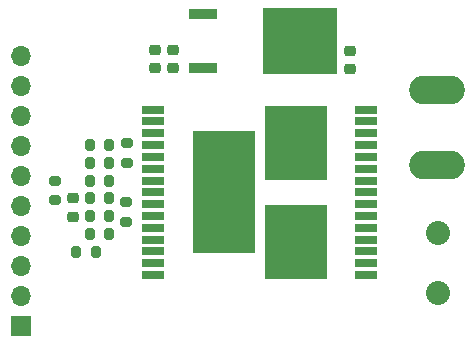
<source format=gbr>
%TF.GenerationSoftware,KiCad,Pcbnew,8.0.7*%
%TF.CreationDate,2025-03-18T00:38:47-04:00*%
%TF.ProjectId,small_hbridge,736d616c-6c5f-4686-9272-696467652e6b,rev?*%
%TF.SameCoordinates,Original*%
%TF.FileFunction,Soldermask,Top*%
%TF.FilePolarity,Negative*%
%FSLAX46Y46*%
G04 Gerber Fmt 4.6, Leading zero omitted, Abs format (unit mm)*
G04 Created by KiCad (PCBNEW 8.0.7) date 2025-03-18 00:38:47*
%MOMM*%
%LPD*%
G01*
G04 APERTURE LIST*
G04 Aperture macros list*
%AMRoundRect*
0 Rectangle with rounded corners*
0 $1 Rounding radius*
0 $2 $3 $4 $5 $6 $7 $8 $9 X,Y pos of 4 corners*
0 Add a 4 corners polygon primitive as box body*
4,1,4,$2,$3,$4,$5,$6,$7,$8,$9,$2,$3,0*
0 Add four circle primitives for the rounded corners*
1,1,$1+$1,$2,$3*
1,1,$1+$1,$4,$5*
1,1,$1+$1,$6,$7*
1,1,$1+$1,$8,$9*
0 Add four rect primitives between the rounded corners*
20,1,$1+$1,$2,$3,$4,$5,0*
20,1,$1+$1,$4,$5,$6,$7,0*
20,1,$1+$1,$6,$7,$8,$9,0*
20,1,$1+$1,$8,$9,$2,$3,0*%
G04 Aperture macros list end*
%ADD10RoundRect,0.200000X-0.200000X-0.275000X0.200000X-0.275000X0.200000X0.275000X-0.200000X0.275000X0*%
%ADD11C,2.032000*%
%ADD12O,4.704000X2.454000*%
%ADD13RoundRect,0.225000X-0.250000X0.225000X-0.250000X-0.225000X0.250000X-0.225000X0.250000X0.225000X0*%
%ADD14RoundRect,0.200000X0.275000X-0.200000X0.275000X0.200000X-0.275000X0.200000X-0.275000X-0.200000X0*%
%ADD15RoundRect,0.225000X0.250000X-0.225000X0.250000X0.225000X-0.250000X0.225000X-0.250000X-0.225000X0*%
%ADD16R,2.489200X0.939800*%
%ADD17R,6.299200X5.562600*%
%ADD18R,1.700000X1.700000*%
%ADD19O,1.700000X1.700000*%
%ADD20R,1.854200X0.635000*%
%ADD21R,5.257800X10.300000*%
%ADD22R,5.257800X6.223000*%
G04 APERTURE END LIST*
D10*
%TO.C,R10*%
X159718549Y-94625001D03*
X161368549Y-94625001D03*
%TD*%
D11*
%TO.C,J1*%
X190373000Y-92989400D03*
X190373000Y-98069400D03*
%TD*%
D10*
%TO.C,R4*%
X160868549Y-93050001D03*
X162518549Y-93050001D03*
%TD*%
%TO.C,R6*%
X160868549Y-90050001D03*
X162518549Y-90050001D03*
%TD*%
D12*
%TO.C,J3*%
X190246000Y-87199000D03*
X190246000Y-80899000D03*
%TD*%
D10*
%TO.C,R5*%
X160868549Y-88550001D03*
X162518549Y-88550001D03*
%TD*%
D13*
%TO.C,C4*%
X166390000Y-77480000D03*
X166390000Y-79030000D03*
%TD*%
D10*
%TO.C,R2*%
X160868549Y-91525001D03*
X162518549Y-91525001D03*
%TD*%
%TO.C,R1*%
X160868549Y-87050001D03*
X162518549Y-87050001D03*
%TD*%
%TO.C,R3*%
X160868549Y-85550001D03*
X162518549Y-85550001D03*
%TD*%
D13*
%TO.C,C2*%
X159443549Y-90050001D03*
X159443549Y-91600001D03*
%TD*%
D14*
%TO.C,R9*%
X163993549Y-87050001D03*
X163993549Y-85400001D03*
%TD*%
D15*
%TO.C,C5*%
X182890800Y-79090000D03*
X182890800Y-77540000D03*
%TD*%
D14*
%TO.C,R7*%
X163968549Y-92025001D03*
X163968549Y-90375001D03*
%TD*%
D13*
%TO.C,C3*%
X167890000Y-77480000D03*
X167890000Y-79030000D03*
%TD*%
D16*
%TO.C,U2*%
X170486600Y-74454000D03*
X170486600Y-79026000D03*
D17*
X178640000Y-76740000D03*
%TD*%
D14*
%TO.C,R8*%
X157890000Y-90210000D03*
X157890000Y-88560000D03*
%TD*%
D18*
%TO.C,J4*%
X155080000Y-100845000D03*
D19*
X155080000Y-98305000D03*
X155080000Y-95765000D03*
X155080000Y-93225000D03*
X155080000Y-90685000D03*
X155080000Y-88145000D03*
X155080000Y-85605000D03*
X155080000Y-83065000D03*
X155080000Y-80525000D03*
X155080000Y-77985000D03*
%TD*%
D20*
%TO.C,U1*%
X166243549Y-82550001D03*
X166243549Y-83549999D03*
X166243549Y-84550000D03*
X166243549Y-85550000D03*
X166243549Y-86550001D03*
X166243549Y-87549999D03*
X166243549Y-88549999D03*
X166243549Y-89550000D03*
X166243549Y-90550001D03*
X166243549Y-91550001D03*
X166243549Y-92549999D03*
X166243549Y-93550000D03*
X166243549Y-94550000D03*
X166243549Y-95550001D03*
X166243549Y-96550001D03*
X184252149Y-96549999D03*
X184252149Y-95550001D03*
X184252149Y-94550000D03*
X184252149Y-93550000D03*
X184252149Y-92549999D03*
X184252149Y-91550001D03*
X184252149Y-90550001D03*
X184252149Y-89550000D03*
X184252149Y-88549999D03*
X184252149Y-87549999D03*
X184252149Y-86550001D03*
X184252149Y-85550000D03*
X184252149Y-84550000D03*
X184252149Y-83549999D03*
X184252149Y-82549999D03*
D21*
X172197850Y-89550000D03*
D22*
X178297848Y-85385000D03*
X178297848Y-93715000D03*
%TD*%
M02*

</source>
